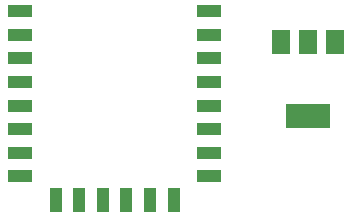
<source format=gtp>
G04 ---------------------------- Layer name :TOP PASTER LAYER*
G04 EasyEDA v5.7.22, Tue, 28 Aug 2018 09:43:57 GMT*
G04 05ccef7fa68345538657c4b36dae5f98*
G04 Gerber Generator version 0.2*
G04 Scale: 100 percent, Rotated: No, Reflected: No *
G04 Dimensions in inches *
G04 leading zeros omitted , absolute positions ,2 integer and 4 decimal *
%FSLAX24Y24*%
%MOIN*%
G90*
G70D02*

%ADD14R,0.078740X0.039370*%
%ADD15R,0.039370X0.078740*%
%ADD16R,0.149606X0.078740*%
%ADD17R,0.059055X0.078740*%

%LPD*%
G54D14*
G01X2700Y18700D03*
G01X2700Y17912D03*
G01X2700Y17125D03*
G01X2700Y16338D03*
G01X2700Y15550D03*
G01X2700Y14763D03*
G01X2700Y13976D03*
G01X2700Y13188D03*
G54D15*
G01X3882Y12400D03*
G01X4668Y12401D03*
G01X5455Y12400D03*
G01X6242Y12400D03*
G01X7030Y12400D03*
G01X7817Y12400D03*
G54D14*
G01X8999Y13186D03*
G01X9000Y13975D03*
G01X9000Y14761D03*
G01X9000Y15548D03*
G01X9000Y16336D03*
G01X9000Y17123D03*
G01X9000Y17911D03*
G01X9000Y18698D03*
G54D16*
G01X12300Y15200D03*
G54D17*
G01X12300Y17680D03*
G01X11394Y17680D03*
G01X13205Y17680D03*
M00*
M02*

</source>
